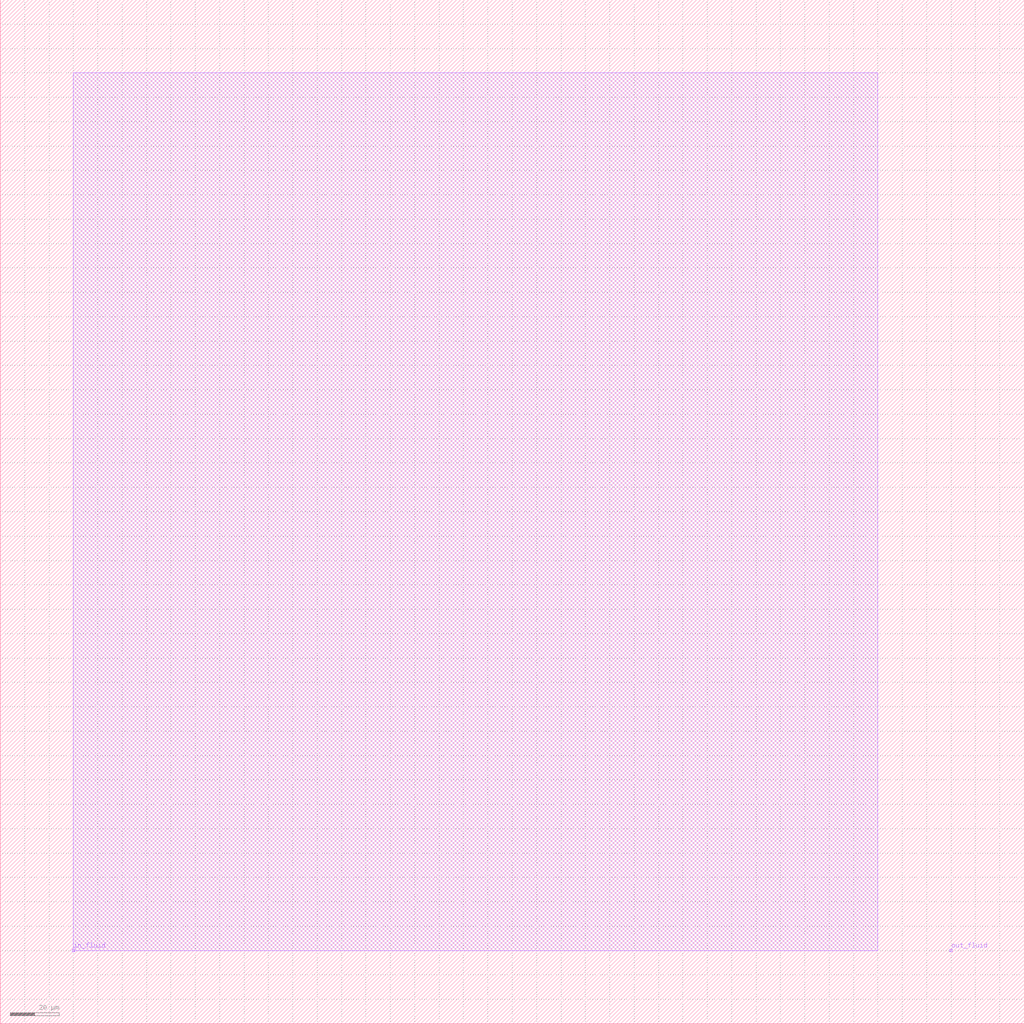
<source format=lef>

################################## FUNCTIONAL ##################################
#### 1 Layer DEV ####

MACRO serpentine_50px_0
  CLASS CORE ;
  ORIGIN  0 0 ;
  FOREIGN serpentine_50px_0 0 0 ;
  SIZE 120 BY 120 ;
  SYMMETRY X Y ;
  SITE CoreSite ;
  PIN in_fluid
    DIRECTION INPUT ;
    USE SIGNAL ;
    PORT
      LAYER met1 ;
        RECT 29.5 29.5 30.5 30.5 ;
    END
  END in_fluid
  PIN out_fluid
    DIRECTION OUTPUT ;
    USE SIGNAL ;
    PORT
      LAYER met1 ;
        RECT 89.5 29.5 90.5 30.5 ;
    END
  END out_fluid
  OBS
    LAYER met1 ;
      RECT 30 30 90 90 ;
  END
  PROPERTY CatenaDesignType "deviceLevel" ;
END serpentine_50px_0

MACRO serpentine_100px_0
  CLASS CORE ;
  ORIGIN  0 0 ;
  FOREIGN serpentine_100px_0 0 0 ;
  SIZE 180 BY 180 ;
  SYMMETRY X Y ;
  SITE CoreSite ;
  PIN in_fluid
    DIRECTION INPUT ;
    USE SIGNAL ;
    PORT
      LAYER met1 ;
        RECT 29.5 29.5 30.5 30.5 ;
    END
  END in_fluid
  PIN out_fluid
    DIRECTION OUTPUT ;
    USE SIGNAL ;
    PORT
      LAYER met1 ;
        RECT 149.5 29.5 150.5 30.5 ;
    END
  END out_fluid
  OBS
    LAYER met1 ;
      RECT 30 30 150 150 ;
  END
  PROPERTY CatenaDesignType "deviceLevel" ;
END serpentine_100px_0

MACRO serpentine_150px_0
  CLASS CORE ;
  ORIGIN  0 0 ;
  FOREIGN serpentine_150px_0 0 0 ;
  SIZE 240 BY 240 ;
  SYMMETRY X Y ;
  SITE CoreSite ;
  PIN in_fluid
    DIRECTION INPUT ;
    USE SIGNAL ;
    PORT
      LAYER met1 ;
        RECT 29.5 29.5 30.5 30.5 ;
    END
  END in_fluid
  PIN out_fluid
    DIRECTION OUTPUT ;
    USE SIGNAL ;
    PORT
      LAYER met1 ;
        RECT 209.5 29.5 210.5 30.5 ;
    END
  END out_fluid
  OBS
    LAYER met1 ;
      RECT 30 30 210 210 ;
  END
  PROPERTY CatenaDesignType "deviceLevel" ;
END serpentine_150px_0

MACRO serpentine_200px_0
  CLASS CORE ;
  ORIGIN  0 0 ;
  FOREIGN serpentine_200px_0 0 0 ;
  SIZE 300 BY 300 ;
  SYMMETRY X Y ;
  SITE CoreSite ;
  PIN in_fluid
    DIRECTION INPUT ;
    USE SIGNAL ;
    PORT
      LAYER met1 ;
        RECT 29.5 29.5 30.5 30.5 ;
    END
  END in_fluid
  PIN out_fluid
    DIRECTION OUTPUT ;
    USE SIGNAL ;
    PORT
      LAYER met1 ;
        RECT 269.5 29.5 270.5 30.5 ;
    END
  END out_fluid
  OBS
    LAYER met1 ;
      RECT 30 30 270 270 ;
  END
  PROPERTY CatenaDesignType "deviceLevel" ;
END serpentine_200px_0

MACRO serpentine_300px_0
  CLASS CORE ;
  ORIGIN  0 0 ;
  FOREIGN serpentine_300px_0 0 0 ;
  SIZE 420 BY 420 ;
  SYMMETRY X Y ;
  SITE CoreSite ;
  PIN in_fluid
    DIRECTION INPUT ;
    USE SIGNAL ;
    PORT
      LAYER met1 ;
        RECT 29.5 29.5 30.5 30.5 ;
    END
  END in_fluid
  PIN out_fluid
    DIRECTION OUTPUT ;
    USE SIGNAL ;
    PORT
      LAYER met1 ;
        RECT 389.5 29.5 390.5 30.5 ;
    END
  END out_fluid
  OBS
    LAYER met1 ;
      RECT 30 30 360 390 ;
  END
  PROPERTY CatenaDesignType "deviceLevel" ;
END serpentine_300px_0









</source>
